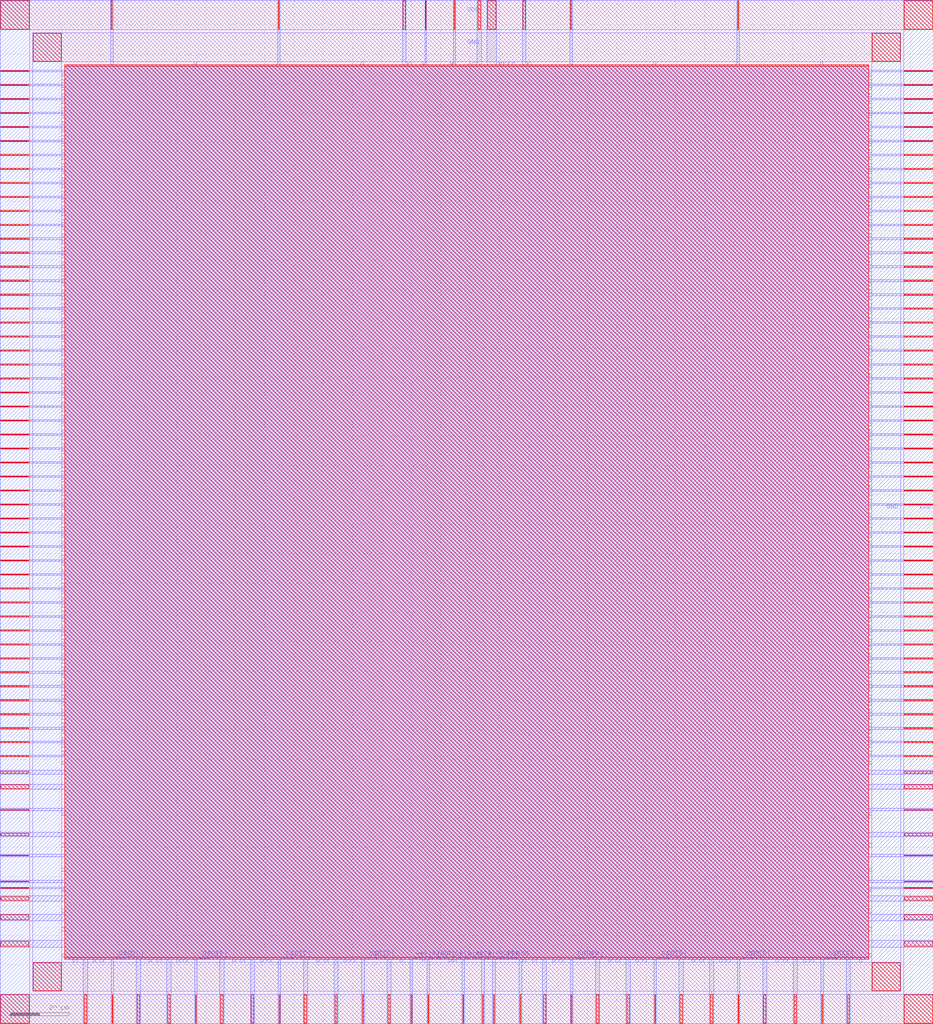
<source format=lef>
#=============================================================================
#Copyright 2022 MACRONIX INTERNATIONAL Co., Ltd.  All Rights Reserved.
#CONFIDENTIAL SOFTWARE/DATA OF MACRONIX INTERNATIONAL Co., Ltd
#=============================================================================
#Program		Single Port SRAM Compiler
#Process		0.18μm CMOS SPDM/SPTM/SPQM BCD(5V/40V)
#Version		1.0
#Date			2022/11/07 14:00:50
#=============================================================================
#Instance Name		MSL18B_1536X8_RW10TM4_16_20221107
#Words			1536
#Bits			8
#Multiplexer Width	16
#=============================================================================
VERSION 5.5 ;
NAMESCASESENSITIVE ON ;
BUSBITCHARS "[]" ;
DIVIDERCHAR "/" ;
MACRO MSL18B_1536X8_RW10TM4_16_20221107
  CLASS RING ;
  FOREIGN MSL18B_1536X8_RW10TM4_16_20221107 0 0 ;
  ORIGIN 0 0 ;
  SIZE 317.760 BY 348.410 ;
  SYMMETRY X Y R90 ;
  PIN DO[0]
   DIRECTION OUTPUT ;
   USE SIGNAL ;
   ANTENNADIFFAREA 3.2508 ;
   PORT
     LAYER MET1 ;
     RECT 39.810 22.000 40.710 22.280 ;
     LAYER MET2 ;
     RECT 39.810 22.000 40.710 22.280 ;
     LAYER MET3 ;
     RECT 39.810 22.000 40.710 22.280 ;
   END
  END DO[0]
  PIN DI[0]
   DIRECTION INPUT ;
   USE SIGNAL ;
   ANTENNAGATEAREA 0.3784 ;
   PORT
     LAYER MET1 ;
     RECT 41.725 22.000 42.625 22.280 ;
     LAYER MET2 ;
     RECT 41.725 22.000 42.625 22.280 ;
     LAYER MET3 ;
     RECT 41.725 22.000 42.625 22.280 ;
   END
  END DI[0]
  PIN DO[1]
   DIRECTION OUTPUT ;
   USE SIGNAL ;
   ANTENNADIFFAREA 3.2508 ;
   PORT
     LAYER MET1 ;
     RECT 68.270 22.000 69.170 22.280 ;
     LAYER MET2 ;
     RECT 68.270 22.000 69.170 22.280 ;
     LAYER MET3 ;
     RECT 68.270 22.000 69.170 22.280 ;
   END
  END DO[1]
  PIN DI[1]
   DIRECTION INPUT ;
   USE SIGNAL ;
   ANTENNAGATEAREA 0.3784 ;
   PORT
     LAYER MET1 ;
     RECT 70.185 22.000 71.085 22.280 ;
     LAYER MET2 ;
     RECT 70.185 22.000 71.085 22.280 ;
     LAYER MET3 ;
     RECT 70.185 22.000 71.085 22.280 ;
   END
  END DI[1]
  PIN DO[2]
   DIRECTION OUTPUT ;
   USE SIGNAL ;
   ANTENNADIFFAREA 3.2508 ;
   PORT
     LAYER MET1 ;
     RECT 96.730 22.000 97.630 22.280 ;
     LAYER MET2 ;
     RECT 96.730 22.000 97.630 22.280 ;
     LAYER MET3 ;
     RECT 96.730 22.000 97.630 22.280 ;
   END
  END DO[2]
  PIN DI[2]
   DIRECTION INPUT ;
   USE SIGNAL ;
   ANTENNAGATEAREA 0.3784 ;
   PORT
     LAYER MET1 ;
     RECT 98.645 22.000 99.545 22.280 ;
     LAYER MET2 ;
     RECT 98.645 22.000 99.545 22.280 ;
     LAYER MET3 ;
     RECT 98.645 22.000 99.545 22.280 ;
   END
  END DI[2]
  PIN DO[3]
   DIRECTION OUTPUT ;
   USE SIGNAL ;
   ANTENNADIFFAREA 3.2508 ;
   PORT
     LAYER MET1 ;
     RECT 125.190 22.000 126.090 22.280 ;
     LAYER MET2 ;
     RECT 125.190 22.000 126.090 22.280 ;
     LAYER MET3 ;
     RECT 125.190 22.000 126.090 22.280 ;
   END
  END DO[3]
  PIN DI[3]
   DIRECTION INPUT ;
   USE SIGNAL ;
   ANTENNAGATEAREA 0.3784 ;
   PORT
     LAYER MET1 ;
     RECT 127.105 22.000 128.005 22.280 ;
     LAYER MET2 ;
     RECT 127.105 22.000 128.005 22.280 ;
     LAYER MET3 ;
     RECT 127.105 22.000 128.005 22.280 ;
   END
  END DI[3]
  PIN A[9]
   DIRECTION INPUT ;
   USE SIGNAL ;
   ANTENNAGATEAREA 0.972 ;
   PORT
     LAYER MET1 ;
     RECT 140.995 22.000 141.895 22.280 ;
     LAYER MET2 ;
     RECT 140.995 22.000 141.895 22.280 ;
     LAYER MET3 ;
     RECT 140.995 22.000 141.895 22.280 ;
   END
  END A[9]
  PIN A[10]
   DIRECTION INPUT ;
   USE SIGNAL ;
   ANTENNAGATEAREA 0.972 ;
   PORT
     LAYER MET1 ;
     RECT 142.395 22.000 143.295 22.280 ;
     LAYER MET2 ;
     RECT 142.395 22.000 143.295 22.280 ;
     LAYER MET3 ;
     RECT 142.395 22.000 143.295 22.280 ;
   END
  END A[10]
  PIN A[8]
   DIRECTION INPUT ;
   USE SIGNAL ;
   ANTENNAGATEAREA 0.972 ;
   PORT
     LAYER MET1 ;
     RECT 146.710 22.000 147.610 22.280 ;
     LAYER MET2 ;
     RECT 146.710 22.000 147.610 22.280 ;
     LAYER MET3 ;
     RECT 146.710 22.000 147.610 22.280 ;
   END
  END A[8]
  PIN A[7]
   DIRECTION INPUT ;
   USE SIGNAL ;
   ANTENNAGATEAREA 0.972 ;
   PORT
     LAYER MET1 ;
     RECT 149.105 22.000 150.005 22.280 ;
     LAYER MET2 ;
     RECT 149.105 22.000 150.005 22.280 ;
     LAYER MET3 ;
     RECT 149.105 22.000 150.005 22.280 ;
   END
  END A[7]
  PIN A[6]
   DIRECTION INPUT ;
   USE SIGNAL ;
   ANTENNAGATEAREA 0.972 ;
   PORT
     LAYER MET1 ;
     RECT 151.500 22.000 152.400 22.280 ;
     LAYER MET2 ;
     RECT 151.500 22.000 152.400 22.280 ;
     LAYER MET3 ;
     RECT 151.500 22.000 152.400 22.280 ;
   END
  END A[6]
  PIN A[5]
   DIRECTION INPUT ;
   USE SIGNAL ;
   ANTENNAGATEAREA 0.3024 ;
   PORT
     LAYER MET1 ;
     RECT 155.820 22.000 156.720 22.280 ;
     LAYER MET2 ;
     RECT 155.820 22.000 156.720 22.280 ;
     LAYER MET3 ;
     RECT 155.820 22.000 156.720 22.280 ;
   END
  END A[5]
  PIN A[4]
   DIRECTION INPUT ;
   USE SIGNAL ;
   ANTENNAGATEAREA 0.3024 ;
   PORT
     LAYER MET1 ;
     RECT 158.620 22.000 159.520 22.280 ;
     LAYER MET2 ;
     RECT 158.620 22.000 159.520 22.280 ;
     LAYER MET3 ;
     RECT 158.620 22.000 159.520 22.280 ;
   END
  END A[4]
  PIN A[2]
   DIRECTION INPUT ;
   USE SIGNAL ;
   ANTENNAGATEAREA 0.648 ;
   PORT
     LAYER MET1 ;
     RECT 161.165 22.000 162.065 22.280 ;
     LAYER MET2 ;
     RECT 161.165 22.000 162.065 22.280 ;
     LAYER MET3 ;
     RECT 161.165 22.000 162.065 22.280 ;
   END
  END A[2]
  PIN A[3]
   DIRECTION INPUT ;
   USE SIGNAL ;
   ANTENNAGATEAREA 0.648 ;
   PORT
     LAYER MET1 ;
     RECT 162.565 22.000 163.465 22.280 ;
     LAYER MET2 ;
     RECT 162.565 22.000 163.465 22.280 ;
     LAYER MET3 ;
     RECT 162.565 22.000 163.465 22.280 ;
   END
  END A[3]
  PIN A[0]
   DIRECTION INPUT ;
   USE SIGNAL ;
   ANTENNAGATEAREA 0.648 ;
   PORT
     LAYER MET1 ;
     RECT 165.455 22.000 166.355 22.280 ;
     LAYER MET2 ;
     RECT 165.455 22.000 166.355 22.280 ;
     LAYER MET3 ;
     RECT 165.455 22.000 166.355 22.280 ;
   END
  END A[0]
  PIN A[1]
   DIRECTION INPUT ;
   USE SIGNAL ;
   ANTENNAGATEAREA 0.648 ;
   PORT
     LAYER MET1 ;
     RECT 169.085 22.000 169.985 22.280 ;
     LAYER MET2 ;
     RECT 169.085 22.000 169.985 22.280 ;
     LAYER MET3 ;
     RECT 169.085 22.000 169.985 22.280 ;
   END
  END A[1]
  PIN OEB
   DIRECTION INPUT ;
   USE SIGNAL ;
   ANTENNAGATEAREA 0.27 ;
   PORT
     LAYER MET1 ;
     RECT 170.690 22.000 171.590 22.280 ;
     LAYER MET2 ;
     RECT 170.690 22.000 171.590 22.280 ;
     LAYER MET3 ;
     RECT 170.690 22.000 171.590 22.280 ;
   END
  END OEB
  PIN WEB
   DIRECTION INPUT ;
   USE SIGNAL ;
   ANTENNAGATEAREA 0.0792 ;
   PORT
     LAYER MET1 ;
     RECT 172.190 22.000 173.090 22.280 ;
     LAYER MET2 ;
     RECT 172.190 22.000 173.090 22.280 ;
     LAYER MET3 ;
     RECT 172.190 22.000 173.090 22.280 ;
   END
  END WEB
  PIN CK
   DIRECTION INPUT ;
   USE SIGNAL ;
   ANTENNAGATEAREA 0.252 ;
   PORT
     LAYER MET1 ;
     RECT 173.690 22.000 174.590 22.280 ;
     LAYER MET2 ;
     RECT 173.690 22.000 174.590 22.280 ;
     LAYER MET3 ;
     RECT 173.690 22.000 174.590 22.280 ;
   END
  END CK
  PIN CSB
   DIRECTION INPUT ;
   USE SIGNAL ;
   ANTENNAGATEAREA 3.06 ;
   PORT
     LAYER MET1 ;
     RECT 175.295 22.000 176.195 22.280 ;
     LAYER MET2 ;
     RECT 175.295 22.000 176.195 22.280 ;
     LAYER MET3 ;
     RECT 175.295 22.000 176.195 22.280 ;
   END
  END CSB
  PIN DO[4]
   DIRECTION OUTPUT ;
   USE SIGNAL ;
   ANTENNADIFFAREA 3.2508 ;
   PORT
     LAYER MET1 ;
     RECT 196.205 22.000 197.105 22.280 ;
     LAYER MET2 ;
     RECT 196.205 22.000 197.105 22.280 ;
     LAYER MET3 ;
     RECT 196.205 22.000 197.105 22.280 ;
   END
  END DO[4]
  PIN DI[4]
   DIRECTION INPUT ;
   USE SIGNAL ;
   ANTENNAGATEAREA 0.3784 ;
   PORT
     LAYER MET1 ;
     RECT 198.120 22.000 199.020 22.280 ;
     LAYER MET2 ;
     RECT 198.120 22.000 199.020 22.280 ;
     LAYER MET3 ;
     RECT 198.120 22.000 199.020 22.280 ;
   END
  END DI[4]
  PIN DO[5]
   DIRECTION OUTPUT ;
   USE SIGNAL ;
   ANTENNADIFFAREA 3.2508 ;
   PORT
     LAYER MET1 ;
     RECT 224.665 22.000 225.565 22.280 ;
     LAYER MET2 ;
     RECT 224.665 22.000 225.565 22.280 ;
     LAYER MET3 ;
     RECT 224.665 22.000 225.565 22.280 ;
   END
  END DO[5]
  PIN DI[5]
   DIRECTION INPUT ;
   USE SIGNAL ;
   ANTENNAGATEAREA 0.3784 ;
   PORT
     LAYER MET1 ;
     RECT 226.580 22.000 227.480 22.280 ;
     LAYER MET2 ;
     RECT 226.580 22.000 227.480 22.280 ;
     LAYER MET3 ;
     RECT 226.580 22.000 227.480 22.280 ;
   END
  END DI[5]
  PIN DO[6]
   DIRECTION OUTPUT ;
   USE SIGNAL ;
   ANTENNADIFFAREA 3.2508 ;
   PORT
     LAYER MET1 ;
     RECT 253.125 22.000 254.025 22.280 ;
     LAYER MET2 ;
     RECT 253.125 22.000 254.025 22.280 ;
     LAYER MET3 ;
     RECT 253.125 22.000 254.025 22.280 ;
   END
  END DO[6]
  PIN DI[6]
   DIRECTION INPUT ;
   USE SIGNAL ;
   ANTENNAGATEAREA 0.3784 ;
   PORT
     LAYER MET1 ;
     RECT 255.040 22.000 255.940 22.280 ;
     LAYER MET2 ;
     RECT 255.040 22.000 255.940 22.280 ;
     LAYER MET3 ;
     RECT 255.040 22.000 255.940 22.280 ;
   END
  END DI[6]
  PIN DO[7]
   DIRECTION OUTPUT ;
   USE SIGNAL ;
   ANTENNADIFFAREA 3.2508 ;
   PORT
     LAYER MET1 ;
     RECT 281.585 22.000 282.485 22.280 ;
     LAYER MET2 ;
     RECT 281.585 22.000 282.485 22.280 ;
     LAYER MET3 ;
     RECT 281.585 22.000 282.485 22.280 ;
   END
  END DO[7]
  PIN DI[7]
   DIRECTION INPUT ;
   USE SIGNAL ;
   ANTENNAGATEAREA 0.3784 ;
   PORT
     LAYER MET1 ;
     RECT 283.500 22.000 284.400 22.280 ;
     LAYER MET2 ;
     RECT 283.500 22.000 284.400 22.280 ;
     LAYER MET3 ;
     RECT 283.500 22.000 284.400 22.280 ;
   END
  END DI[7]
  PIN VDD
    DIRECTION INOUT ;
    USE POWER ;
    SHAPE RING ;
    PORT
      LAYER MET3 ;
      RECT 0.0 0.0 10.000 348.410 ;
      LAYER MET3 ;
      RECT 307.760 0.0 317.760 348.410 ;
      LAYER MET2 ;
      RECT 0.0 0.0 317.760 10.000 ;
      LAYER MET2 ;
      RECT 0.0 338.410 317.760 348.410 ;
    END
  END VDD
  PIN GND
    DIRECTION INOUT ;
    USE GROUND ;
    SHAPE RING ;
    PORT
      LAYER MET3 ;
      RECT 11.000 11.000 21.000 337.410 ;
      LAYER MET3 ;
      RECT 296.760 11.000 306.760 337.410 ;
      LAYER MET2 ;
      RECT 11.000 11.000 306.760 21.000 ;
      LAYER MET2 ;
      RECT 11.000 327.410 306.760 337.410 ;
    END
  END GND
  OBS
    LAYER VIA1 ;
     RECT 22.000 22.510 295.760 325.900 ;
    LAYER VIA2 ;
     RECT 22.000 22.560 295.760 325.850 ;
    LAYER VIA1 ;
     RECT 22.000 325.900 295.760 326.410 ;
    LAYER VIA2 ;
     RECT 22.000 325.850 295.760 326.410 ;
    LAYER VIA1 ;
     RECT 22.000 22.000 295.760 22.510 ;
    LAYER VIA2 ;
     RECT 22.000 22.000 295.760 22.560 ;
    LAYER MET1 ;
     RECT 22.000 22.510 295.760 325.900 ;
    LAYER MET1 ;
     RECT 22.000 325.900 295.760 326.410 ;
    LAYER MET1 ;
     RECT 22.000 22.000 39.580 22.510 ;
    LAYER MET1 ;
     RECT 40.940 22.000 41.495 22.510 ;
    LAYER MET1 ;
     RECT 42.855 22.000 68.040 22.510 ;
    LAYER MET1 ;
     RECT 69.400 22.000 69.955 22.510 ;
    LAYER MET1 ;
     RECT 71.315 22.000 96.500 22.510 ;
    LAYER MET1 ;
     RECT 97.860 22.000 98.415 22.510 ;
    LAYER MET1 ;
     RECT 99.775 22.000 124.960 22.510 ;
    LAYER MET1 ;
     RECT 126.320 22.000 126.875 22.510 ;
    LAYER MET1 ;
     RECT 128.235 22.000 140.765 22.510 ;
    LAYER MET1 ;
     RECT 142.125 22.000 142.165 22.510 ;
    LAYER MET1 ;
     RECT 143.525 22.000 146.480 22.510 ;
    LAYER MET1 ;
     RECT 147.840 22.000 148.875 22.510 ;
    LAYER MET1 ;
     RECT 150.235 22.000 151.270 22.510 ;
    LAYER MET1 ;
     RECT 152.630 22.000 155.590 22.510 ;
    LAYER MET1 ;
     RECT 156.950 22.000 158.390 22.510 ;
    LAYER MET1 ;
     RECT 159.750 22.000 160.935 22.510 ;
    LAYER MET1 ;
     RECT 162.295 22.000 162.335 22.510 ;
    LAYER MET1 ;
     RECT 163.695 22.000 165.225 22.510 ;
    LAYER MET1 ;
     RECT 166.585 22.000 168.855 22.510 ;
    LAYER MET1 ;
     RECT 170.215 22.000 170.460 22.510 ;
    LAYER MET1 ;
     RECT 171.820 22.000 171.960 22.510 ;
    LAYER MET1 ;
     RECT 173.320 22.000 173.460 22.510 ;
    LAYER MET1 ;
     RECT 174.820 22.000 175.065 22.510 ;
    LAYER MET1 ;
     RECT 176.425 22.000 195.975 22.510 ;
    LAYER MET1 ;
     RECT 197.335 22.000 197.890 22.510 ;
    LAYER MET1 ;
     RECT 199.250 22.000 224.435 22.510 ;
    LAYER MET1 ;
     RECT 225.795 22.000 226.350 22.510 ;
    LAYER MET1 ;
     RECT 227.710 22.000 252.895 22.510 ;
    LAYER MET1 ;
     RECT 254.255 22.000 254.810 22.510 ;
    LAYER MET1 ;
     RECT 256.170 22.000 281.355 22.510 ;
    LAYER MET1 ;
     RECT 282.715 22.000 283.270 22.510 ;
    LAYER MET1 ;
     RECT 284.630 22.000 295.760 22.510 ;
    LAYER MET2 ;
     RECT 22.000 22.560 295.760 325.850 ;
    LAYER MET2 ;
     RECT 22.000 325.850 295.760 326.410 ;
    LAYER MET2 ;
     RECT 22.000 22.000 39.530 22.560 ;
    LAYER MET2 ;
     RECT 40.990 22.000 41.445 22.560 ;
    LAYER MET2 ;
     RECT 42.905 22.000 67.990 22.560 ;
    LAYER MET2 ;
     RECT 69.450 22.000 69.905 22.560 ;
    LAYER MET2 ;
     RECT 71.365 22.000 96.450 22.560 ;
    LAYER MET2 ;
     RECT 97.910 22.000 98.365 22.560 ;
    LAYER MET2 ;
     RECT 99.825 22.000 124.910 22.560 ;
    LAYER MET2 ;
     RECT 126.370 22.000 126.825 22.560 ;
    LAYER MET2 ;
     RECT 128.285 22.000 140.715 22.560 ;
    LAYER MET2 ;
     RECT 143.575 22.000 146.430 22.560 ;
    LAYER MET2 ;
     RECT 147.890 22.000 148.825 22.560 ;
    LAYER MET2 ;
     RECT 150.285 22.000 151.220 22.560 ;
    LAYER MET2 ;
     RECT 152.680 22.000 155.540 22.560 ;
    LAYER MET2 ;
     RECT 157.000 22.000 158.340 22.560 ;
    LAYER MET2 ;
     RECT 159.800 22.000 160.885 22.560 ;
    LAYER MET2 ;
     RECT 163.745 22.000 165.175 22.560 ;
    LAYER MET2 ;
     RECT 166.635 22.000 168.805 22.560 ;
    LAYER MET2 ;
     RECT 170.265 22.000 170.410 22.560 ;
    LAYER MET2 ;
     RECT 171.870 22.000 171.910 22.560 ;
    LAYER MET2 ;
     RECT 173.370 22.000 173.410 22.560 ;
    LAYER MET2 ;
     RECT 174.870 22.000 175.015 22.560 ;
    LAYER MET2 ;
     RECT 176.475 22.000 195.925 22.560 ;
    LAYER MET2 ;
     RECT 197.385 22.000 197.840 22.560 ;
    LAYER MET2 ;
     RECT 199.300 22.000 224.385 22.560 ;
    LAYER MET2 ;
     RECT 225.845 22.000 226.300 22.560 ;
    LAYER MET2 ;
     RECT 227.760 22.000 252.845 22.560 ;
    LAYER MET2 ;
     RECT 254.305 22.000 254.760 22.560 ;
    LAYER MET2 ;
     RECT 256.220 22.000 281.305 22.560 ;
    LAYER MET2 ;
     RECT 282.765 22.000 283.220 22.560 ;
    LAYER MET2 ;
     RECT 284.680 22.000 295.760 22.560 ;
    LAYER MET3 ;
     RECT 22.000 22.560 295.760 325.850 ;
    LAYER MET3 ;
     RECT 22.000 325.850 295.760 326.410 ;
    LAYER MET3 ;
     RECT 22.000 22.000 39.530 22.560 ;
    LAYER MET3 ;
     RECT 40.990 22.000 41.445 22.560 ;
    LAYER MET3 ;
     RECT 42.905 22.000 67.990 22.560 ;
    LAYER MET3 ;
     RECT 69.450 22.000 69.905 22.560 ;
    LAYER MET3 ;
     RECT 71.365 22.000 96.450 22.560 ;
    LAYER MET3 ;
     RECT 97.910 22.000 98.365 22.560 ;
    LAYER MET3 ;
     RECT 99.825 22.000 124.910 22.560 ;
    LAYER MET3 ;
     RECT 126.370 22.000 126.825 22.560 ;
    LAYER MET3 ;
     RECT 128.285 22.000 140.715 22.560 ;
    LAYER MET3 ;
     RECT 143.575 22.000 146.430 22.560 ;
    LAYER MET3 ;
     RECT 147.890 22.000 148.825 22.560 ;
    LAYER MET3 ;
     RECT 150.285 22.000 151.220 22.560 ;
    LAYER MET3 ;
     RECT 152.680 22.000 155.540 22.560 ;
    LAYER MET3 ;
     RECT 157.000 22.000 158.340 22.560 ;
    LAYER MET3 ;
     RECT 159.800 22.000 160.885 22.560 ;
    LAYER MET3 ;
     RECT 163.745 22.000 165.175 22.560 ;
    LAYER MET3 ;
     RECT 166.635 22.000 168.805 22.560 ;
    LAYER MET3 ;
     RECT 170.265 22.000 170.410 22.560 ;
    LAYER MET3 ;
     RECT 171.870 22.000 171.910 22.560 ;
    LAYER MET3 ;
     RECT 173.370 22.000 173.410 22.560 ;
    LAYER MET3 ;
     RECT 174.870 22.000 175.015 22.560 ;
    LAYER MET3 ;
     RECT 176.475 22.000 195.925 22.560 ;
    LAYER MET3 ;
     RECT 197.385 22.000 197.840 22.560 ;
    LAYER MET3 ;
     RECT 199.300 22.000 224.385 22.560 ;
    LAYER MET3 ;
     RECT 225.845 22.000 226.300 22.560 ;
    LAYER MET3 ;
     RECT 227.760 22.000 252.845 22.560 ;
    LAYER MET3 ;
     RECT 254.305 22.000 254.760 22.560 ;
    LAYER MET3 ;
     RECT 256.220 22.000 281.305 22.560 ;
    LAYER MET3 ;
     RECT 282.765 22.000 283.220 22.560 ;
    LAYER MET3 ;
     RECT 284.680 22.000 295.760 22.560 ;
    LAYER MET2 ;
    RECT 0.000 47.985 22.000 48.885 ;
    LAYER VIA2 ;
    RECT 0.140 48.305 9.760 48.565 ;
    LAYER MET2 ;
    RECT 0.000 63.700 22.000 65.130 ;
    LAYER VIA2 ;
    RECT 0.140 64.025 9.760 64.805 ;
    LAYER MET2 ;
    RECT 0.000 72.430 22.000 73.330 ;
    LAYER VIA2 ;
    RECT 0.140 72.750 9.760 73.010 ;
    LAYER MET2 ;
    RECT 0.000 79.895 22.000 81.495 ;
    LAYER VIA2 ;
    RECT 0.140 80.045 9.760 81.345 ;
    LAYER MET2 ;
    RECT 0.000 84.965 22.000 86.315 ;
    LAYER VIA2 ;
    RECT 0.140 85.250 9.760 86.030 ;
    LAYER MET2 ;
    RECT 0.000 56.850 22.000 57.750 ;
    LAYER VIA2 ;
    RECT 0.140 57.170 9.760 57.430 ;
    LAYER MET2 ;
    RECT 0.000 45.940 22.000 46.480 ;
    LAYER VIA2 ;
    RECT 0.140 46.080 9.760 46.340 ;
    LAYER MET2 ;
    RECT 0.000 41.680 22.000 43.640 ;
    LAYER VIA2 ;
    RECT 0.140 42.010 9.760 43.310 ;
    LAYER MET2 ;
    RECT 0.000 35.140 22.000 37.340 ;
    LAYER VIA2 ;
    RECT 0.140 35.330 9.760 37.150 ;
    LAYER MET2 ;
    RECT 0.000 26.020 22.000 28.470 ;
    LAYER VIA2 ;
    RECT 0.140 26.335 9.760 28.155 ;
    LAYER MET3 ;
    RECT 21.000 88.405 22.000 89.405 ;
    LAYER MET3 ;
    RECT 21.000 70.955 22.000 71.855 ;
    LAYER MET3 ;
    RECT 21.000 60.000 22.000 61.400 ;
    LAYER MET3 ;
    RECT 21.000 51.950 22.000 52.850 ;
    LAYER MET3 ;
    RECT 21.000 44.900 22.000 45.440 ;
    LAYER MET3 ;
    RECT 21.000 37.840 22.000 39.140 ;
    LAYER MET3 ;
    RECT 21.000 31.540 22.000 32.840 ;
    LAYER MET3 ;
    RECT 21.000 22.740 22.000 23.840 ;
    LAYER MET3 ;
    RECT 46.325 0.000 47.745 22.000 ;
    LAYER MET3 ;
    RECT 103.245 0.000 104.665 22.000 ;
    LAYER VIA2 ;
    RECT 46.645 0.190 47.425 9.810 ;
    LAYER VIA2 ;
    RECT 103.565 0.190 104.345 9.810 ;
    LAYER MET3 ;
    RECT 37.735 0.000 38.635 22.000 ;
    LAYER MET3 ;
    RECT 94.655 0.000 95.555 22.000 ;
    LAYER VIA2 ;
    RECT 38.055 0.190 38.315 9.810 ;
    LAYER VIA2 ;
    RECT 94.975 0.190 95.235 9.810 ;
    LAYER MET3 ;
    RECT 28.280 0.000 29.700 22.000 ;
    LAYER MET3 ;
    RECT 85.200 0.000 86.620 22.000 ;
    LAYER VIA2 ;
    RECT 28.600 0.190 29.380 9.810 ;
    LAYER VIA2 ;
    RECT 85.520 0.190 86.300 9.810 ;
    LAYER MET2 ;
    RECT 50.755 21.000 51.655 22.000 ;
    LAYER MET2 ;
    RECT 107.675 21.000 108.575 22.000 ;
    LAYER MET2 ;
    RECT 33.840 21.000 35.260 22.000 ;
    LAYER MET2 ;
    RECT 90.760 21.000 92.180 22.000 ;
    LAYER MET2 ;
    RECT 31.670 21.000 32.570 22.000 ;
    LAYER MET2 ;
    RECT 88.590 21.000 89.490 22.000 ;
    LAYER MET2 ;
    RECT 24.850 21.000 26.270 22.000 ;
    LAYER MET2 ;
    RECT 81.770 21.000 83.190 22.000 ;
    LAYER MET3 ;
    RECT 74.785 0.000 76.205 22.000 ;
    LAYER MET3 ;
    RECT 131.705 0.000 133.125 22.000 ;
    LAYER VIA2 ;
    RECT 75.105 0.190 75.885 9.810 ;
    LAYER VIA2 ;
    RECT 132.025 0.190 132.805 9.810 ;
    LAYER MET3 ;
    RECT 66.195 0.000 67.095 22.000 ;
    LAYER MET3 ;
    RECT 123.115 0.000 124.015 22.000 ;
    LAYER VIA2 ;
    RECT 66.515 0.190 66.775 9.810 ;
    LAYER VIA2 ;
    RECT 123.435 0.190 123.695 9.810 ;
    LAYER MET3 ;
    RECT 56.740 0.000 58.160 22.000 ;
    LAYER MET3 ;
    RECT 113.660 0.000 115.080 22.000 ;
    LAYER VIA2 ;
    RECT 57.060 0.190 57.840 9.810 ;
    LAYER VIA2 ;
    RECT 113.980 0.190 114.760 9.810 ;
    LAYER MET2 ;
    RECT 79.215 21.000 80.115 22.000 ;
    LAYER MET2 ;
    RECT 136.135 21.000 137.035 22.000 ;
    LAYER MET2 ;
    RECT 62.300 21.000 63.720 22.000 ;
    LAYER MET2 ;
    RECT 119.220 21.000 120.640 22.000 ;
    LAYER MET2 ;
    RECT 60.130 21.000 61.030 22.000 ;
    LAYER MET2 ;
    RECT 117.050 21.000 117.950 22.000 ;
    LAYER MET2 ;
    RECT 53.310 21.000 54.730 22.000 ;
    LAYER MET2 ;
    RECT 110.230 21.000 111.650 22.000 ;
    LAYER MET3 ;
    RECT 139.595 0.000 140.495 22.000 ;
    LAYER VIA2 ;
    RECT 139.915 0.190 140.175 9.810 ;
    LAYER MET3 ;
    RECT 157.220 0.000 158.120 22.000 ;
    LAYER VIA2 ;
    RECT 157.540 0.190 157.800 9.810 ;
    LAYER MET3 ;
    RECT 145.310 0.000 146.210 22.000 ;
    LAYER VIA2 ;
    RECT 145.630 0.190 145.890 9.810 ;
    LAYER MET3 ;
    RECT 163.965 0.000 164.865 22.000 ;
    LAYER VIA2 ;
    RECT 164.285 0.190 164.545 9.810 ;
    LAYER MET3 ;
    RECT 167.685 0.000 168.585 22.000 ;
    LAYER VIA2 ;
    RECT 168.005 0.190 168.265 9.810 ;
    LAYER MET2 ;
    RECT 154.420 21.000 155.320 22.000 ;
    LAYER MET2 ;
    RECT 152.900 21.000 153.800 22.000 ;
    LAYER MET2 ;
    RECT 143.795 21.000 144.695 22.000 ;
    LAYER MET3 ;
    RECT 176.710 0.000 177.610 22.000 ;
    LAYER VIA2 ;
    RECT 177.030 0.190 177.290 9.810 ;
    LAYER MET2 ;
    RECT 178.110 21.000 179.010 22.000 ;
    LAYER MET3 ;
    RECT 202.720 0.000 204.140 22.000 ;
    LAYER MET3 ;
    RECT 259.640 0.000 261.060 22.000 ;
    LAYER VIA2 ;
    RECT 203.040 0.190 203.820 9.810 ;
    LAYER VIA2 ;
    RECT 259.960 0.190 260.740 9.810 ;
    LAYER MET3 ;
    RECT 194.130 0.000 195.030 22.000 ;
    LAYER MET3 ;
    RECT 251.050 0.000 251.950 22.000 ;
    LAYER VIA2 ;
    RECT 194.450 0.190 194.710 9.810 ;
    LAYER VIA2 ;
    RECT 251.370 0.190 251.630 9.810 ;
    LAYER MET3 ;
    RECT 184.675 0.000 186.095 22.000 ;
    LAYER MET3 ;
    RECT 241.595 0.000 243.015 22.000 ;
    LAYER VIA2 ;
    RECT 184.995 0.190 185.775 9.810 ;
    LAYER VIA2 ;
    RECT 241.915 0.190 242.695 9.810 ;
    LAYER MET2 ;
    RECT 207.150 21.000 208.050 22.000 ;
    LAYER MET2 ;
    RECT 264.070 21.000 264.970 22.000 ;
    LAYER MET2 ;
    RECT 190.235 21.000 191.655 22.000 ;
    LAYER MET2 ;
    RECT 247.155 21.000 248.575 22.000 ;
    LAYER MET2 ;
    RECT 188.065 21.000 188.965 22.000 ;
    LAYER MET2 ;
    RECT 244.985 21.000 245.885 22.000 ;
    LAYER MET2 ;
    RECT 181.245 21.000 182.665 22.000 ;
    LAYER MET2 ;
    RECT 238.165 21.000 239.585 22.000 ;
    LAYER MET3 ;
    RECT 231.180 0.000 232.600 22.000 ;
    LAYER MET3 ;
    RECT 288.100 0.000 289.520 22.000 ;
    LAYER VIA2 ;
    RECT 231.500 0.190 232.280 9.810 ;
    LAYER VIA2 ;
    RECT 288.420 0.190 289.200 9.810 ;
    LAYER MET3 ;
    RECT 222.590 0.000 223.490 22.000 ;
    LAYER MET3 ;
    RECT 279.510 0.000 280.410 22.000 ;
    LAYER VIA2 ;
    RECT 222.910 0.190 223.170 9.810 ;
    LAYER VIA2 ;
    RECT 279.830 0.190 280.090 9.810 ;
    LAYER MET3 ;
    RECT 213.135 0.000 214.555 22.000 ;
    LAYER MET3 ;
    RECT 270.055 0.000 271.475 22.000 ;
    LAYER VIA2 ;
    RECT 213.455 0.190 214.235 9.810 ;
    LAYER VIA2 ;
    RECT 270.375 0.190 271.155 9.810 ;
    LAYER MET2 ;
    RECT 235.610 21.000 236.510 22.000 ;
    LAYER MET2 ;
    RECT 292.530 21.000 293.430 22.000 ;
    LAYER MET2 ;
    RECT 218.695 21.000 220.115 22.000 ;
    LAYER MET2 ;
    RECT 275.615 21.000 277.035 22.000 ;
    LAYER MET2 ;
    RECT 216.525 21.000 217.425 22.000 ;
    LAYER MET2 ;
    RECT 273.445 21.000 274.345 22.000 ;
    LAYER MET2 ;
    RECT 209.705 21.000 211.125 22.000 ;
    LAYER MET2 ;
    RECT 266.625 21.000 268.045 22.000 ;
    LAYER MET2 ;
    RECT 295.760 47.985 317.760 48.885 ;
    LAYER VIA2 ;
    RECT 307.900 48.305 317.520 48.565 ;
    LAYER MET2 ;
    RECT 295.760 26.020 317.760 28.470 ;
    LAYER VIA2 ;
    RECT 307.900 26.335 317.520 28.155 ;
    LAYER MET2 ;
    RECT 295.760 35.140 317.760 37.340 ;
    LAYER VIA2 ;
    RECT 307.900 35.330 317.520 37.150 ;
    LAYER MET2 ;
    RECT 295.760 41.680 317.760 43.640 ;
    LAYER VIA2 ;
    RECT 307.900 42.010 317.520 43.310 ;
    LAYER MET2 ;
    RECT 295.760 45.940 317.760 46.480 ;
    LAYER VIA2 ;
    RECT 307.900 46.080 317.520 46.340 ;
    LAYER MET2 ;
    RECT 295.760 56.850 317.760 57.750 ;
    LAYER VIA2 ;
    RECT 307.900 57.170 317.520 57.430 ;
    LAYER MET2 ;
    RECT 295.760 84.965 317.760 86.315 ;
    LAYER VIA2 ;
    RECT 307.900 85.250 317.520 86.030 ;
    LAYER MET2 ;
    RECT 295.760 79.895 317.760 81.495 ;
    LAYER VIA2 ;
    RECT 307.900 80.045 317.520 81.345 ;
    LAYER MET2 ;
    RECT 295.760 72.430 317.760 73.330 ;
    LAYER VIA2 ;
    RECT 307.900 72.750 317.520 73.010 ;
    LAYER MET2 ;
    RECT 295.760 63.700 317.760 65.130 ;
    LAYER VIA2 ;
    RECT 307.900 64.025 317.520 64.805 ;
    LAYER MET3 ;
    RECT 295.760 22.740 296.760 23.840 ;
    LAYER MET3 ;
    RECT 295.760 31.540 296.760 32.840 ;
    LAYER MET3 ;
    RECT 295.760 37.840 296.760 39.140 ;
    LAYER MET3 ;
    RECT 295.760 44.900 296.760 45.440 ;
    LAYER MET3 ;
    RECT 295.760 51.950 296.760 52.850 ;
    LAYER MET3 ;
    RECT 295.760 60.000 296.760 61.400 ;
    LAYER MET3 ;
    RECT 295.760 70.955 296.760 71.855 ;
    LAYER MET3 ;
    RECT 295.760 88.405 296.760 89.405 ;
    LAYER MET2 ;
    RECT 0.000 90.810 22.000 91.350 ;
    LAYER VIA2 ;
    RECT 0.140 90.950 9.760 91.210 ;
    LAYER MET2 ;
    RECT 0.000 95.570 22.000 96.110 ;
    LAYER VIA2 ;
    RECT 0.140 95.710 9.760 95.970 ;
    LAYER MET2 ;
    RECT 0.000 90.810 22.000 91.350 ;
    LAYER VIA2 ;
    RECT 0.140 90.950 9.760 91.210 ;
    LAYER MET3 ;
    RECT 21.000 94.130 22.000 95.110 ;
    LAYER MET3 ;
    RECT 21.000 91.810 22.000 92.790 ;
    LAYER MET2 ;
    RECT 0.000 100.330 22.000 100.870 ;
    LAYER MET2 ;
    RECT 0.000 105.090 22.000 105.630 ;
    LAYER MET2 ;
    RECT 0.000 109.850 22.000 110.390 ;
    LAYER MET2 ;
    RECT 0.000 114.610 22.000 115.150 ;
    LAYER MET2 ;
    RECT 0.000 119.370 22.000 119.910 ;
    LAYER MET2 ;
    RECT 0.000 124.130 22.000 124.670 ;
    LAYER MET2 ;
    RECT 0.000 128.890 22.000 129.430 ;
    LAYER MET2 ;
    RECT 0.000 133.650 22.000 134.190 ;
    LAYER MET2 ;
    RECT 0.000 138.410 22.000 138.950 ;
    LAYER MET2 ;
    RECT 0.000 143.170 22.000 143.710 ;
    LAYER MET2 ;
    RECT 0.000 147.930 22.000 148.470 ;
    LAYER MET2 ;
    RECT 0.000 152.690 22.000 153.230 ;
    LAYER MET2 ;
    RECT 0.000 157.450 22.000 157.990 ;
    LAYER MET2 ;
    RECT 0.000 162.210 22.000 162.750 ;
    LAYER MET2 ;
    RECT 0.000 166.970 22.000 167.510 ;
    LAYER MET2 ;
    RECT 0.000 171.730 22.000 172.270 ;
    LAYER MET2 ;
    RECT 0.000 176.490 22.000 177.030 ;
    LAYER MET2 ;
    RECT 0.000 181.250 22.000 181.790 ;
    LAYER MET2 ;
    RECT 0.000 186.010 22.000 186.550 ;
    LAYER MET2 ;
    RECT 0.000 190.770 22.000 191.310 ;
    LAYER MET2 ;
    RECT 0.000 195.530 22.000 196.070 ;
    LAYER MET2 ;
    RECT 0.000 200.290 22.000 200.830 ;
    LAYER MET2 ;
    RECT 0.000 205.050 22.000 205.590 ;
    LAYER MET2 ;
    RECT 0.000 209.810 22.000 210.350 ;
    LAYER MET2 ;
    RECT 0.000 214.570 22.000 215.110 ;
    LAYER MET2 ;
    RECT 0.000 219.330 22.000 219.870 ;
    LAYER MET2 ;
    RECT 0.000 224.090 22.000 224.630 ;
    LAYER MET2 ;
    RECT 0.000 228.850 22.000 229.390 ;
    LAYER MET2 ;
    RECT 0.000 233.610 22.000 234.150 ;
    LAYER MET2 ;
    RECT 0.000 238.370 22.000 238.910 ;
    LAYER MET2 ;
    RECT 0.000 243.130 22.000 243.670 ;
    LAYER MET2 ;
    RECT 0.000 247.890 22.000 248.430 ;
    LAYER MET2 ;
    RECT 0.000 252.650 22.000 253.190 ;
    LAYER MET2 ;
    RECT 0.000 257.410 22.000 257.950 ;
    LAYER MET2 ;
    RECT 0.000 262.170 22.000 262.710 ;
    LAYER MET2 ;
    RECT 0.000 266.930 22.000 267.470 ;
    LAYER MET2 ;
    RECT 0.000 271.690 22.000 272.230 ;
    LAYER MET2 ;
    RECT 0.000 276.450 22.000 276.990 ;
    LAYER MET2 ;
    RECT 0.000 281.210 22.000 281.750 ;
    LAYER MET2 ;
    RECT 0.000 285.970 22.000 286.510 ;
    LAYER MET2 ;
    RECT 0.000 290.730 22.000 291.270 ;
    LAYER MET2 ;
    RECT 0.000 295.490 22.000 296.030 ;
    LAYER MET2 ;
    RECT 0.000 300.250 22.000 300.790 ;
    LAYER MET2 ;
    RECT 0.000 305.010 22.000 305.550 ;
    LAYER MET2 ;
    RECT 0.000 309.770 22.000 310.310 ;
    LAYER MET2 ;
    RECT 0.000 314.530 22.000 315.070 ;
    LAYER MET2 ;
    RECT 0.000 319.290 22.000 319.830 ;
    LAYER VIA2 ;
    RECT 0.140 100.470 9.760 100.730 ;
    LAYER VIA2 ;
    RECT 0.140 105.230 9.760 105.490 ;
    LAYER VIA2 ;
    RECT 0.140 109.990 9.760 110.250 ;
    LAYER VIA2 ;
    RECT 0.140 114.750 9.760 115.010 ;
    LAYER VIA2 ;
    RECT 0.140 119.510 9.760 119.770 ;
    LAYER VIA2 ;
    RECT 0.140 124.270 9.760 124.530 ;
    LAYER VIA2 ;
    RECT 0.140 129.030 9.760 129.290 ;
    LAYER VIA2 ;
    RECT 0.140 133.790 9.760 134.050 ;
    LAYER VIA2 ;
    RECT 0.140 138.550 9.760 138.810 ;
    LAYER VIA2 ;
    RECT 0.140 143.310 9.760 143.570 ;
    LAYER VIA2 ;
    RECT 0.140 148.070 9.760 148.330 ;
    LAYER VIA2 ;
    RECT 0.140 152.830 9.760 153.090 ;
    LAYER VIA2 ;
    RECT 0.140 157.590 9.760 157.850 ;
    LAYER VIA2 ;
    RECT 0.140 162.350 9.760 162.610 ;
    LAYER VIA2 ;
    RECT 0.140 167.110 9.760 167.370 ;
    LAYER VIA2 ;
    RECT 0.140 171.870 9.760 172.130 ;
    LAYER VIA2 ;
    RECT 0.140 176.630 9.760 176.890 ;
    LAYER VIA2 ;
    RECT 0.140 181.390 9.760 181.650 ;
    LAYER VIA2 ;
    RECT 0.140 186.150 9.760 186.410 ;
    LAYER VIA2 ;
    RECT 0.140 190.910 9.760 191.170 ;
    LAYER VIA2 ;
    RECT 0.140 195.670 9.760 195.930 ;
    LAYER VIA2 ;
    RECT 0.140 200.430 9.760 200.690 ;
    LAYER VIA2 ;
    RECT 0.140 205.190 9.760 205.450 ;
    LAYER VIA2 ;
    RECT 0.140 209.950 9.760 210.210 ;
    LAYER VIA2 ;
    RECT 0.140 214.710 9.760 214.970 ;
    LAYER VIA2 ;
    RECT 0.140 219.470 9.760 219.730 ;
    LAYER VIA2 ;
    RECT 0.140 224.230 9.760 224.490 ;
    LAYER VIA2 ;
    RECT 0.140 228.990 9.760 229.250 ;
    LAYER VIA2 ;
    RECT 0.140 233.750 9.760 234.010 ;
    LAYER VIA2 ;
    RECT 0.140 238.510 9.760 238.770 ;
    LAYER VIA2 ;
    RECT 0.140 243.270 9.760 243.530 ;
    LAYER VIA2 ;
    RECT 0.140 248.030 9.760 248.290 ;
    LAYER VIA2 ;
    RECT 0.140 252.790 9.760 253.050 ;
    LAYER VIA2 ;
    RECT 0.140 257.550 9.760 257.810 ;
    LAYER VIA2 ;
    RECT 0.140 262.310 9.760 262.570 ;
    LAYER VIA2 ;
    RECT 0.140 267.070 9.760 267.330 ;
    LAYER VIA2 ;
    RECT 0.140 271.830 9.760 272.090 ;
    LAYER VIA2 ;
    RECT 0.140 276.590 9.760 276.850 ;
    LAYER VIA2 ;
    RECT 0.140 281.350 9.760 281.610 ;
    LAYER VIA2 ;
    RECT 0.140 286.110 9.760 286.370 ;
    LAYER VIA2 ;
    RECT 0.140 290.870 9.760 291.130 ;
    LAYER VIA2 ;
    RECT 0.140 295.630 9.760 295.890 ;
    LAYER VIA2 ;
    RECT 0.140 300.390 9.760 300.650 ;
    LAYER VIA2 ;
    RECT 0.140 305.150 9.760 305.410 ;
    LAYER VIA2 ;
    RECT 0.140 309.910 9.760 310.170 ;
    LAYER VIA2 ;
    RECT 0.140 314.670 9.760 314.930 ;
    LAYER VIA2 ;
    RECT 0.140 319.430 9.760 319.690 ;
    LAYER MET2 ;
    RECT 0.000 95.570 22.000 96.110 ;
    LAYER MET2 ;
    RECT 0.000 100.330 22.000 100.870 ;
    LAYER MET2 ;
    RECT 0.000 105.090 22.000 105.630 ;
    LAYER MET2 ;
    RECT 0.000 109.850 22.000 110.390 ;
    LAYER MET2 ;
    RECT 0.000 114.610 22.000 115.150 ;
    LAYER MET2 ;
    RECT 0.000 119.370 22.000 119.910 ;
    LAYER MET2 ;
    RECT 0.000 124.130 22.000 124.670 ;
    LAYER MET2 ;
    RECT 0.000 128.890 22.000 129.430 ;
    LAYER MET2 ;
    RECT 0.000 133.650 22.000 134.190 ;
    LAYER MET2 ;
    RECT 0.000 138.410 22.000 138.950 ;
    LAYER MET2 ;
    RECT 0.000 143.170 22.000 143.710 ;
    LAYER MET2 ;
    RECT 0.000 147.930 22.000 148.470 ;
    LAYER MET2 ;
    RECT 0.000 152.690 22.000 153.230 ;
    LAYER MET2 ;
    RECT 0.000 157.450 22.000 157.990 ;
    LAYER MET2 ;
    RECT 0.000 162.210 22.000 162.750 ;
    LAYER MET2 ;
    RECT 0.000 166.970 22.000 167.510 ;
    LAYER MET2 ;
    RECT 0.000 171.730 22.000 172.270 ;
    LAYER MET2 ;
    RECT 0.000 176.490 22.000 177.030 ;
    LAYER MET2 ;
    RECT 0.000 181.250 22.000 181.790 ;
    LAYER MET2 ;
    RECT 0.000 186.010 22.000 186.550 ;
    LAYER MET2 ;
    RECT 0.000 190.770 22.000 191.310 ;
    LAYER MET2 ;
    RECT 0.000 195.530 22.000 196.070 ;
    LAYER MET2 ;
    RECT 0.000 200.290 22.000 200.830 ;
    LAYER MET2 ;
    RECT 0.000 205.050 22.000 205.590 ;
    LAYER MET2 ;
    RECT 0.000 209.810 22.000 210.350 ;
    LAYER MET2 ;
    RECT 0.000 214.570 22.000 215.110 ;
    LAYER MET2 ;
    RECT 0.000 219.330 22.000 219.870 ;
    LAYER MET2 ;
    RECT 0.000 224.090 22.000 224.630 ;
    LAYER MET2 ;
    RECT 0.000 228.850 22.000 229.390 ;
    LAYER MET2 ;
    RECT 0.000 233.610 22.000 234.150 ;
    LAYER MET2 ;
    RECT 0.000 238.370 22.000 238.910 ;
    LAYER MET2 ;
    RECT 0.000 243.130 22.000 243.670 ;
    LAYER MET2 ;
    RECT 0.000 247.890 22.000 248.430 ;
    LAYER MET2 ;
    RECT 0.000 252.650 22.000 253.190 ;
    LAYER MET2 ;
    RECT 0.000 257.410 22.000 257.950 ;
    LAYER MET2 ;
    RECT 0.000 262.170 22.000 262.710 ;
    LAYER MET2 ;
    RECT 0.000 266.930 22.000 267.470 ;
    LAYER MET2 ;
    RECT 0.000 271.690 22.000 272.230 ;
    LAYER MET2 ;
    RECT 0.000 276.450 22.000 276.990 ;
    LAYER MET2 ;
    RECT 0.000 281.210 22.000 281.750 ;
    LAYER MET2 ;
    RECT 0.000 285.970 22.000 286.510 ;
    LAYER MET2 ;
    RECT 0.000 290.730 22.000 291.270 ;
    LAYER MET2 ;
    RECT 0.000 295.490 22.000 296.030 ;
    LAYER MET2 ;
    RECT 0.000 300.250 22.000 300.790 ;
    LAYER MET2 ;
    RECT 0.000 305.010 22.000 305.550 ;
    LAYER MET2 ;
    RECT 0.000 309.770 22.000 310.310 ;
    LAYER MET2 ;
    RECT 0.000 314.530 22.000 315.070 ;
    LAYER VIA2 ;
    RECT 0.140 95.710 9.760 95.970 ;
    LAYER VIA2 ;
    RECT 0.140 100.470 9.760 100.730 ;
    LAYER VIA2 ;
    RECT 0.140 105.230 9.760 105.490 ;
    LAYER VIA2 ;
    RECT 0.140 109.990 9.760 110.250 ;
    LAYER VIA2 ;
    RECT 0.140 114.750 9.760 115.010 ;
    LAYER VIA2 ;
    RECT 0.140 119.510 9.760 119.770 ;
    LAYER VIA2 ;
    RECT 0.140 124.270 9.760 124.530 ;
    LAYER VIA2 ;
    RECT 0.140 129.030 9.760 129.290 ;
    LAYER VIA2 ;
    RECT 0.140 133.790 9.760 134.050 ;
    LAYER VIA2 ;
    RECT 0.140 138.550 9.760 138.810 ;
    LAYER VIA2 ;
    RECT 0.140 143.310 9.760 143.570 ;
    LAYER VIA2 ;
    RECT 0.140 148.070 9.760 148.330 ;
    LAYER VIA2 ;
    RECT 0.140 152.830 9.760 153.090 ;
    LAYER VIA2 ;
    RECT 0.140 157.590 9.760 157.850 ;
    LAYER VIA2 ;
    RECT 0.140 162.350 9.760 162.610 ;
    LAYER VIA2 ;
    RECT 0.140 167.110 9.760 167.370 ;
    LAYER VIA2 ;
    RECT 0.140 171.870 9.760 172.130 ;
    LAYER VIA2 ;
    RECT 0.140 176.630 9.760 176.890 ;
    LAYER VIA2 ;
    RECT 0.140 181.390 9.760 181.650 ;
    LAYER VIA2 ;
    RECT 0.140 186.150 9.760 186.410 ;
    LAYER VIA2 ;
    RECT 0.140 190.910 9.760 191.170 ;
    LAYER VIA2 ;
    RECT 0.140 195.670 9.760 195.930 ;
    LAYER VIA2 ;
    RECT 0.140 200.430 9.760 200.690 ;
    LAYER VIA2 ;
    RECT 0.140 205.190 9.760 205.450 ;
    LAYER VIA2 ;
    RECT 0.140 209.950 9.760 210.210 ;
    LAYER VIA2 ;
    RECT 0.140 214.710 9.760 214.970 ;
    LAYER VIA2 ;
    RECT 0.140 219.470 9.760 219.730 ;
    LAYER VIA2 ;
    RECT 0.140 224.230 9.760 224.490 ;
    LAYER VIA2 ;
    RECT 0.140 228.990 9.760 229.250 ;
    LAYER VIA2 ;
    RECT 0.140 233.750 9.760 234.010 ;
    LAYER VIA2 ;
    RECT 0.140 238.510 9.760 238.770 ;
    LAYER VIA2 ;
    RECT 0.140 243.270 9.760 243.530 ;
    LAYER VIA2 ;
    RECT 0.140 248.030 9.760 248.290 ;
    LAYER VIA2 ;
    RECT 0.140 252.790 9.760 253.050 ;
    LAYER VIA2 ;
    RECT 0.140 257.550 9.760 257.810 ;
    LAYER VIA2 ;
    RECT 0.140 262.310 9.760 262.570 ;
    LAYER VIA2 ;
    RECT 0.140 267.070 9.760 267.330 ;
    LAYER VIA2 ;
    RECT 0.140 271.830 9.760 272.090 ;
    LAYER VIA2 ;
    RECT 0.140 276.590 9.760 276.850 ;
    LAYER VIA2 ;
    RECT 0.140 281.350 9.760 281.610 ;
    LAYER VIA2 ;
    RECT 0.140 286.110 9.760 286.370 ;
    LAYER VIA2 ;
    RECT 0.140 290.870 9.760 291.130 ;
    LAYER VIA2 ;
    RECT 0.140 295.630 9.760 295.890 ;
    LAYER VIA2 ;
    RECT 0.140 300.390 9.760 300.650 ;
    LAYER VIA2 ;
    RECT 0.140 305.150 9.760 305.410 ;
    LAYER VIA2 ;
    RECT 0.140 309.910 9.760 310.170 ;
    LAYER VIA2 ;
    RECT 0.140 314.670 9.760 314.930 ;
    LAYER MET3 ;
    RECT 21.000 98.890 22.000 99.870 ;
    LAYER MET3 ;
    RECT 21.000 103.650 22.000 104.630 ;
    LAYER MET3 ;
    RECT 21.000 108.410 22.000 109.390 ;
    LAYER MET3 ;
    RECT 21.000 113.170 22.000 114.150 ;
    LAYER MET3 ;
    RECT 21.000 117.930 22.000 118.910 ;
    LAYER MET3 ;
    RECT 21.000 122.690 22.000 123.670 ;
    LAYER MET3 ;
    RECT 21.000 127.450 22.000 128.430 ;
    LAYER MET3 ;
    RECT 21.000 132.210 22.000 133.190 ;
    LAYER MET3 ;
    RECT 21.000 136.970 22.000 137.950 ;
    LAYER MET3 ;
    RECT 21.000 141.730 22.000 142.710 ;
    LAYER MET3 ;
    RECT 21.000 146.490 22.000 147.470 ;
    LAYER MET3 ;
    RECT 21.000 151.250 22.000 152.230 ;
    LAYER MET3 ;
    RECT 21.000 156.010 22.000 156.990 ;
    LAYER MET3 ;
    RECT 21.000 160.770 22.000 161.750 ;
    LAYER MET3 ;
    RECT 21.000 165.530 22.000 166.510 ;
    LAYER MET3 ;
    RECT 21.000 170.290 22.000 171.270 ;
    LAYER MET3 ;
    RECT 21.000 175.050 22.000 176.030 ;
    LAYER MET3 ;
    RECT 21.000 179.810 22.000 180.790 ;
    LAYER MET3 ;
    RECT 21.000 184.570 22.000 185.550 ;
    LAYER MET3 ;
    RECT 21.000 189.330 22.000 190.310 ;
    LAYER MET3 ;
    RECT 21.000 194.090 22.000 195.070 ;
    LAYER MET3 ;
    RECT 21.000 198.850 22.000 199.830 ;
    LAYER MET3 ;
    RECT 21.000 203.610 22.000 204.590 ;
    LAYER MET3 ;
    RECT 21.000 208.370 22.000 209.350 ;
    LAYER MET3 ;
    RECT 21.000 213.130 22.000 214.110 ;
    LAYER MET3 ;
    RECT 21.000 217.890 22.000 218.870 ;
    LAYER MET3 ;
    RECT 21.000 222.650 22.000 223.630 ;
    LAYER MET3 ;
    RECT 21.000 227.410 22.000 228.390 ;
    LAYER MET3 ;
    RECT 21.000 232.170 22.000 233.150 ;
    LAYER MET3 ;
    RECT 21.000 236.930 22.000 237.910 ;
    LAYER MET3 ;
    RECT 21.000 241.690 22.000 242.670 ;
    LAYER MET3 ;
    RECT 21.000 246.450 22.000 247.430 ;
    LAYER MET3 ;
    RECT 21.000 251.210 22.000 252.190 ;
    LAYER MET3 ;
    RECT 21.000 255.970 22.000 256.950 ;
    LAYER MET3 ;
    RECT 21.000 260.730 22.000 261.710 ;
    LAYER MET3 ;
    RECT 21.000 265.490 22.000 266.470 ;
    LAYER MET3 ;
    RECT 21.000 270.250 22.000 271.230 ;
    LAYER MET3 ;
    RECT 21.000 275.010 22.000 275.990 ;
    LAYER MET3 ;
    RECT 21.000 279.770 22.000 280.750 ;
    LAYER MET3 ;
    RECT 21.000 284.530 22.000 285.510 ;
    LAYER MET3 ;
    RECT 21.000 289.290 22.000 290.270 ;
    LAYER MET3 ;
    RECT 21.000 294.050 22.000 295.030 ;
    LAYER MET3 ;
    RECT 21.000 298.810 22.000 299.790 ;
    LAYER MET3 ;
    RECT 21.000 303.570 22.000 304.550 ;
    LAYER MET3 ;
    RECT 21.000 308.330 22.000 309.310 ;
    LAYER MET3 ;
    RECT 21.000 313.090 22.000 314.070 ;
    LAYER MET3 ;
    RECT 21.000 317.850 22.000 318.830 ;
    LAYER MET3 ;
    RECT 21.000 96.570 22.000 97.550 ;
    LAYER MET3 ;
    RECT 21.000 101.330 22.000 102.310 ;
    LAYER MET3 ;
    RECT 21.000 106.090 22.000 107.070 ;
    LAYER MET3 ;
    RECT 21.000 110.850 22.000 111.830 ;
    LAYER MET3 ;
    RECT 21.000 115.610 22.000 116.590 ;
    LAYER MET3 ;
    RECT 21.000 120.370 22.000 121.350 ;
    LAYER MET3 ;
    RECT 21.000 125.130 22.000 126.110 ;
    LAYER MET3 ;
    RECT 21.000 129.890 22.000 130.870 ;
    LAYER MET3 ;
    RECT 21.000 134.650 22.000 135.630 ;
    LAYER MET3 ;
    RECT 21.000 139.410 22.000 140.390 ;
    LAYER MET3 ;
    RECT 21.000 144.170 22.000 145.150 ;
    LAYER MET3 ;
    RECT 21.000 148.930 22.000 149.910 ;
    LAYER MET3 ;
    RECT 21.000 153.690 22.000 154.670 ;
    LAYER MET3 ;
    RECT 21.000 158.450 22.000 159.430 ;
    LAYER MET3 ;
    RECT 21.000 163.210 22.000 164.190 ;
    LAYER MET3 ;
    RECT 21.000 167.970 22.000 168.950 ;
    LAYER MET3 ;
    RECT 21.000 172.730 22.000 173.710 ;
    LAYER MET3 ;
    RECT 21.000 177.490 22.000 178.470 ;
    LAYER MET3 ;
    RECT 21.000 182.250 22.000 183.230 ;
    LAYER MET3 ;
    RECT 21.000 187.010 22.000 187.990 ;
    LAYER MET3 ;
    RECT 21.000 191.770 22.000 192.750 ;
    LAYER MET3 ;
    RECT 21.000 196.530 22.000 197.510 ;
    LAYER MET3 ;
    RECT 21.000 201.290 22.000 202.270 ;
    LAYER MET3 ;
    RECT 21.000 206.050 22.000 207.030 ;
    LAYER MET3 ;
    RECT 21.000 210.810 22.000 211.790 ;
    LAYER MET3 ;
    RECT 21.000 215.570 22.000 216.550 ;
    LAYER MET3 ;
    RECT 21.000 220.330 22.000 221.310 ;
    LAYER MET3 ;
    RECT 21.000 225.090 22.000 226.070 ;
    LAYER MET3 ;
    RECT 21.000 229.850 22.000 230.830 ;
    LAYER MET3 ;
    RECT 21.000 234.610 22.000 235.590 ;
    LAYER MET3 ;
    RECT 21.000 239.370 22.000 240.350 ;
    LAYER MET3 ;
    RECT 21.000 244.130 22.000 245.110 ;
    LAYER MET3 ;
    RECT 21.000 248.890 22.000 249.870 ;
    LAYER MET3 ;
    RECT 21.000 253.650 22.000 254.630 ;
    LAYER MET3 ;
    RECT 21.000 258.410 22.000 259.390 ;
    LAYER MET3 ;
    RECT 21.000 263.170 22.000 264.150 ;
    LAYER MET3 ;
    RECT 21.000 267.930 22.000 268.910 ;
    LAYER MET3 ;
    RECT 21.000 272.690 22.000 273.670 ;
    LAYER MET3 ;
    RECT 21.000 277.450 22.000 278.430 ;
    LAYER MET3 ;
    RECT 21.000 282.210 22.000 283.190 ;
    LAYER MET3 ;
    RECT 21.000 286.970 22.000 287.950 ;
    LAYER MET3 ;
    RECT 21.000 291.730 22.000 292.710 ;
    LAYER MET3 ;
    RECT 21.000 296.490 22.000 297.470 ;
    LAYER MET3 ;
    RECT 21.000 301.250 22.000 302.230 ;
    LAYER MET3 ;
    RECT 21.000 306.010 22.000 306.990 ;
    LAYER MET3 ;
    RECT 21.000 310.770 22.000 311.750 ;
    LAYER MET3 ;
    RECT 21.000 315.530 22.000 316.510 ;
    LAYER MET2 ;
    RECT 0.000 319.290 22.000 319.830 ;
    LAYER VIA2 ;
    RECT 0.140 319.430 9.760 319.690 ;
    LAYER MET2 ;
    RECT 0.000 324.050 22.000 324.590 ;
    LAYER VIA2 ;
    RECT 0.140 324.190 9.760 324.450 ;
    LAYER MET3 ;
    RECT 21.000 320.290 22.000 321.270 ;
    LAYER MET3 ;
    RECT 21.000 322.610 22.000 323.590 ;
    LAYER MET2 ;
    RECT 0.000 324.050 22.000 324.590 ;
    LAYER VIA2 ;
    RECT 0.140 324.190 9.760 324.450 ;
    LAYER MET3 ;
    RECT 37.575 326.410 38.405 348.410 ;
    LAYER MET3 ;
    RECT 94.495 326.410 95.325 348.410 ;
    LAYER VIA2 ;
    RECT 37.860 338.600 38.120 348.220 ;
    LAYER VIA2 ;
    RECT 94.780 338.600 95.040 348.220 ;
    LAYER MET2 ;
    RECT 66.035 326.410 66.865 327.410 ;
    LAYER MET2 ;
    RECT 122.955 326.410 123.785 327.410 ;
    LAYER MET3 ;
    RECT 136.970 326.410 138.220 348.410 ;
    LAYER VIA2 ;
    RECT 137.205 338.600 137.985 348.220 ;
    LAYER MET2 ;
    RECT 138.680 326.410 139.930 327.410 ;
    LAYER MET3 ;
    RECT 144.660 326.410 145.260 348.410 ;
    LAYER VIA2 ;
    RECT 144.830 338.600 145.090 348.220 ;
    LAYER MET2 ;
    RECT 143.600 326.410 144.200 327.410 ;
    LAYER MET3 ;
    RECT 165.830 326.410 169.040 348.410 ;
    LAYER VIA2 ;
    RECT 166.005 338.600 168.865 348.220 ;
    LAYER MET3 ;
    RECT 162.430 326.410 163.850 348.410 ;
    LAYER VIA2 ;
    RECT 162.750 338.600 163.530 348.220 ;
    LAYER MET3 ;
    RECT 154.430 326.410 155.030 348.410 ;
    LAYER VIA2 ;
    RECT 154.600 338.600 154.860 348.220 ;
    LAYER MET2 ;
    RECT 174.200 326.410 175.100 327.410 ;
    LAYER MET2 ;
    RECT 169.840 326.410 170.740 327.410 ;
    LAYER MET2 ;
    RECT 171.380 326.410 173.340 327.410 ;
    LAYER MET2 ;
    RECT 159.830 326.410 161.630 327.410 ;
    LAYER MET2 ;
    RECT 153.370 326.410 153.970 327.410 ;
    LAYER MET2 ;
    RECT 295.760 90.810 317.760 91.350 ;
    LAYER VIA2 ;
    RECT 307.900 90.950 317.520 91.210 ;
    LAYER MET2 ;
    RECT 295.760 90.810 317.760 91.350 ;
    LAYER VIA2 ;
    RECT 307.900 90.950 317.520 91.210 ;
    LAYER MET2 ;
    RECT 295.760 95.570 317.760 96.110 ;
    LAYER VIA2 ;
    RECT 307.900 95.710 317.520 95.970 ;
    LAYER MET3 ;
    RECT 295.760 91.810 296.760 92.790 ;
    LAYER MET3 ;
    RECT 295.760 94.130 296.760 95.110 ;
    LAYER MET2 ;
    RECT 295.760 95.570 317.760 96.110 ;
    LAYER MET2 ;
    RECT 295.760 100.330 317.760 100.870 ;
    LAYER MET2 ;
    RECT 295.760 105.090 317.760 105.630 ;
    LAYER MET2 ;
    RECT 295.760 109.850 317.760 110.390 ;
    LAYER MET2 ;
    RECT 295.760 114.610 317.760 115.150 ;
    LAYER MET2 ;
    RECT 295.760 119.370 317.760 119.910 ;
    LAYER MET2 ;
    RECT 295.760 124.130 317.760 124.670 ;
    LAYER MET2 ;
    RECT 295.760 128.890 317.760 129.430 ;
    LAYER MET2 ;
    RECT 295.760 133.650 317.760 134.190 ;
    LAYER MET2 ;
    RECT 295.760 138.410 317.760 138.950 ;
    LAYER MET2 ;
    RECT 295.760 143.170 317.760 143.710 ;
    LAYER MET2 ;
    RECT 295.760 147.930 317.760 148.470 ;
    LAYER MET2 ;
    RECT 295.760 152.690 317.760 153.230 ;
    LAYER MET2 ;
    RECT 295.760 157.450 317.760 157.990 ;
    LAYER MET2 ;
    RECT 295.760 162.210 317.760 162.750 ;
    LAYER MET2 ;
    RECT 295.760 166.970 317.760 167.510 ;
    LAYER MET2 ;
    RECT 295.760 171.730 317.760 172.270 ;
    LAYER MET2 ;
    RECT 295.760 176.490 317.760 177.030 ;
    LAYER MET2 ;
    RECT 295.760 181.250 317.760 181.790 ;
    LAYER MET2 ;
    RECT 295.760 186.010 317.760 186.550 ;
    LAYER MET2 ;
    RECT 295.760 190.770 317.760 191.310 ;
    LAYER MET2 ;
    RECT 295.760 195.530 317.760 196.070 ;
    LAYER MET2 ;
    RECT 295.760 200.290 317.760 200.830 ;
    LAYER MET2 ;
    RECT 295.760 205.050 317.760 205.590 ;
    LAYER MET2 ;
    RECT 295.760 209.810 317.760 210.350 ;
    LAYER MET2 ;
    RECT 295.760 214.570 317.760 215.110 ;
    LAYER MET2 ;
    RECT 295.760 219.330 317.760 219.870 ;
    LAYER MET2 ;
    RECT 295.760 224.090 317.760 224.630 ;
    LAYER MET2 ;
    RECT 295.760 228.850 317.760 229.390 ;
    LAYER MET2 ;
    RECT 295.760 233.610 317.760 234.150 ;
    LAYER MET2 ;
    RECT 295.760 238.370 317.760 238.910 ;
    LAYER MET2 ;
    RECT 295.760 243.130 317.760 243.670 ;
    LAYER MET2 ;
    RECT 295.760 247.890 317.760 248.430 ;
    LAYER MET2 ;
    RECT 295.760 252.650 317.760 253.190 ;
    LAYER MET2 ;
    RECT 295.760 257.410 317.760 257.950 ;
    LAYER MET2 ;
    RECT 295.760 262.170 317.760 262.710 ;
    LAYER MET2 ;
    RECT 295.760 266.930 317.760 267.470 ;
    LAYER MET2 ;
    RECT 295.760 271.690 317.760 272.230 ;
    LAYER MET2 ;
    RECT 295.760 276.450 317.760 276.990 ;
    LAYER VIA2 ;
    RECT 307.900 95.710 317.520 95.970 ;
    LAYER VIA2 ;
    RECT 307.900 100.470 317.520 100.730 ;
    LAYER VIA2 ;
    RECT 307.900 105.230 317.520 105.490 ;
    LAYER VIA2 ;
    RECT 307.900 109.990 317.520 110.250 ;
    LAYER VIA2 ;
    RECT 307.900 114.750 317.520 115.010 ;
    LAYER VIA2 ;
    RECT 307.900 119.510 317.520 119.770 ;
    LAYER VIA2 ;
    RECT 307.900 124.270 317.520 124.530 ;
    LAYER VIA2 ;
    RECT 307.900 129.030 317.520 129.290 ;
    LAYER VIA2 ;
    RECT 307.900 133.790 317.520 134.050 ;
    LAYER VIA2 ;
    RECT 307.900 138.550 317.520 138.810 ;
    LAYER VIA2 ;
    RECT 307.900 143.310 317.520 143.570 ;
    LAYER VIA2 ;
    RECT 307.900 148.070 317.520 148.330 ;
    LAYER VIA2 ;
    RECT 307.900 152.830 317.520 153.090 ;
    LAYER VIA2 ;
    RECT 307.900 157.590 317.520 157.850 ;
    LAYER VIA2 ;
    RECT 307.900 162.350 317.520 162.610 ;
    LAYER VIA2 ;
    RECT 307.900 167.110 317.520 167.370 ;
    LAYER VIA2 ;
    RECT 307.900 171.870 317.520 172.130 ;
    LAYER VIA2 ;
    RECT 307.900 176.630 317.520 176.890 ;
    LAYER VIA2 ;
    RECT 307.900 181.390 317.520 181.650 ;
    LAYER VIA2 ;
    RECT 307.900 186.150 317.520 186.410 ;
    LAYER VIA2 ;
    RECT 307.900 190.910 317.520 191.170 ;
    LAYER VIA2 ;
    RECT 307.900 195.670 317.520 195.930 ;
    LAYER VIA2 ;
    RECT 307.900 200.430 317.520 200.690 ;
    LAYER VIA2 ;
    RECT 307.900 205.190 317.520 205.450 ;
    LAYER VIA2 ;
    RECT 307.900 209.950 317.520 210.210 ;
    LAYER VIA2 ;
    RECT 307.900 214.710 317.520 214.970 ;
    LAYER VIA2 ;
    RECT 307.900 219.470 317.520 219.730 ;
    LAYER VIA2 ;
    RECT 307.900 224.230 317.520 224.490 ;
    LAYER VIA2 ;
    RECT 307.900 228.990 317.520 229.250 ;
    LAYER VIA2 ;
    RECT 307.900 233.750 317.520 234.010 ;
    LAYER VIA2 ;
    RECT 307.900 238.510 317.520 238.770 ;
    LAYER VIA2 ;
    RECT 307.900 243.270 317.520 243.530 ;
    LAYER VIA2 ;
    RECT 307.900 248.030 317.520 248.290 ;
    LAYER VIA2 ;
    RECT 307.900 252.790 317.520 253.050 ;
    LAYER VIA2 ;
    RECT 307.900 257.550 317.520 257.810 ;
    LAYER VIA2 ;
    RECT 307.900 262.310 317.520 262.570 ;
    LAYER VIA2 ;
    RECT 307.900 267.070 317.520 267.330 ;
    LAYER VIA2 ;
    RECT 307.900 271.830 317.520 272.090 ;
    LAYER VIA2 ;
    RECT 307.900 276.590 317.520 276.850 ;
    LAYER MET2 ;
    RECT 295.760 100.330 317.760 100.870 ;
    LAYER MET2 ;
    RECT 295.760 105.090 317.760 105.630 ;
    LAYER MET2 ;
    RECT 295.760 109.850 317.760 110.390 ;
    LAYER MET2 ;
    RECT 295.760 114.610 317.760 115.150 ;
    LAYER MET2 ;
    RECT 295.760 119.370 317.760 119.910 ;
    LAYER MET2 ;
    RECT 295.760 124.130 317.760 124.670 ;
    LAYER MET2 ;
    RECT 295.760 128.890 317.760 129.430 ;
    LAYER MET2 ;
    RECT 295.760 133.650 317.760 134.190 ;
    LAYER MET2 ;
    RECT 295.760 138.410 317.760 138.950 ;
    LAYER MET2 ;
    RECT 295.760 143.170 317.760 143.710 ;
    LAYER MET2 ;
    RECT 295.760 147.930 317.760 148.470 ;
    LAYER MET2 ;
    RECT 295.760 152.690 317.760 153.230 ;
    LAYER MET2 ;
    RECT 295.760 157.450 317.760 157.990 ;
    LAYER MET2 ;
    RECT 295.760 162.210 317.760 162.750 ;
    LAYER MET2 ;
    RECT 295.760 166.970 317.760 167.510 ;
    LAYER MET2 ;
    RECT 295.760 171.730 317.760 172.270 ;
    LAYER MET2 ;
    RECT 295.760 176.490 317.760 177.030 ;
    LAYER MET2 ;
    RECT 295.760 181.250 317.760 181.790 ;
    LAYER MET2 ;
    RECT 295.760 186.010 317.760 186.550 ;
    LAYER MET2 ;
    RECT 295.760 190.770 317.760 191.310 ;
    LAYER MET2 ;
    RECT 295.760 195.530 317.760 196.070 ;
    LAYER MET2 ;
    RECT 295.760 200.290 317.760 200.830 ;
    LAYER MET2 ;
    RECT 295.760 205.050 317.760 205.590 ;
    LAYER MET2 ;
    RECT 295.760 209.810 317.760 210.350 ;
    LAYER MET2 ;
    RECT 295.760 214.570 317.760 215.110 ;
    LAYER MET2 ;
    RECT 295.760 219.330 317.760 219.870 ;
    LAYER MET2 ;
    RECT 295.760 224.090 317.760 224.630 ;
    LAYER MET2 ;
    RECT 295.760 228.850 317.760 229.390 ;
    LAYER MET2 ;
    RECT 295.760 233.610 317.760 234.150 ;
    LAYER MET2 ;
    RECT 295.760 238.370 317.760 238.910 ;
    LAYER MET2 ;
    RECT 295.760 243.130 317.760 243.670 ;
    LAYER MET2 ;
    RECT 295.760 247.890 317.760 248.430 ;
    LAYER MET2 ;
    RECT 295.760 252.650 317.760 253.190 ;
    LAYER MET2 ;
    RECT 295.760 257.410 317.760 257.950 ;
    LAYER MET2 ;
    RECT 295.760 262.170 317.760 262.710 ;
    LAYER MET2 ;
    RECT 295.760 266.930 317.760 267.470 ;
    LAYER MET2 ;
    RECT 295.760 271.690 317.760 272.230 ;
    LAYER MET2 ;
    RECT 295.760 276.450 317.760 276.990 ;
    LAYER MET2 ;
    RECT 295.760 281.210 317.760 281.750 ;
    LAYER VIA2 ;
    RECT 307.900 100.470 317.520 100.730 ;
    LAYER VIA2 ;
    RECT 307.900 105.230 317.520 105.490 ;
    LAYER VIA2 ;
    RECT 307.900 109.990 317.520 110.250 ;
    LAYER VIA2 ;
    RECT 307.900 114.750 317.520 115.010 ;
    LAYER VIA2 ;
    RECT 307.900 119.510 317.520 119.770 ;
    LAYER VIA2 ;
    RECT 307.900 124.270 317.520 124.530 ;
    LAYER VIA2 ;
    RECT 307.900 129.030 317.520 129.290 ;
    LAYER VIA2 ;
    RECT 307.900 133.790 317.520 134.050 ;
    LAYER VIA2 ;
    RECT 307.900 138.550 317.520 138.810 ;
    LAYER VIA2 ;
    RECT 307.900 143.310 317.520 143.570 ;
    LAYER VIA2 ;
    RECT 307.900 148.070 317.520 148.330 ;
    LAYER VIA2 ;
    RECT 307.900 152.830 317.520 153.090 ;
    LAYER VIA2 ;
    RECT 307.900 157.590 317.520 157.850 ;
    LAYER VIA2 ;
    RECT 307.900 162.350 317.520 162.610 ;
    LAYER VIA2 ;
    RECT 307.900 167.110 317.520 167.370 ;
    LAYER VIA2 ;
    RECT 307.900 171.870 317.520 172.130 ;
    LAYER VIA2 ;
    RECT 307.900 176.630 317.520 176.890 ;
    LAYER VIA2 ;
    RECT 307.900 181.390 317.520 181.650 ;
    LAYER VIA2 ;
    RECT 307.900 186.150 317.520 186.410 ;
    LAYER VIA2 ;
    RECT 307.900 190.910 317.520 191.170 ;
    LAYER VIA2 ;
    RECT 307.900 195.670 317.520 195.930 ;
    LAYER VIA2 ;
    RECT 307.900 200.430 317.520 200.690 ;
    LAYER VIA2 ;
    RECT 307.900 205.190 317.520 205.450 ;
    LAYER VIA2 ;
    RECT 307.900 209.950 317.520 210.210 ;
    LAYER VIA2 ;
    RECT 307.900 214.710 317.520 214.970 ;
    LAYER VIA2 ;
    RECT 307.900 219.470 317.520 219.730 ;
    LAYER VIA2 ;
    RECT 307.900 224.230 317.520 224.490 ;
    LAYER VIA2 ;
    RECT 307.900 228.990 317.520 229.250 ;
    LAYER VIA2 ;
    RECT 307.900 233.750 317.520 234.010 ;
    LAYER VIA2 ;
    RECT 307.900 238.510 317.520 238.770 ;
    LAYER VIA2 ;
    RECT 307.900 243.270 317.520 243.530 ;
    LAYER VIA2 ;
    RECT 307.900 248.030 317.520 248.290 ;
    LAYER VIA2 ;
    RECT 307.900 252.790 317.520 253.050 ;
    LAYER VIA2 ;
    RECT 307.900 257.550 317.520 257.810 ;
    LAYER VIA2 ;
    RECT 307.900 262.310 317.520 262.570 ;
    LAYER VIA2 ;
    RECT 307.900 267.070 317.520 267.330 ;
    LAYER VIA2 ;
    RECT 307.900 271.830 317.520 272.090 ;
    LAYER VIA2 ;
    RECT 307.900 276.590 317.520 276.850 ;
    LAYER VIA2 ;
    RECT 307.900 281.350 317.520 281.610 ;
    LAYER MET3 ;
    RECT 295.760 96.570 296.760 97.550 ;
    LAYER MET3 ;
    RECT 295.760 101.330 296.760 102.310 ;
    LAYER MET3 ;
    RECT 295.760 106.090 296.760 107.070 ;
    LAYER MET3 ;
    RECT 295.760 110.850 296.760 111.830 ;
    LAYER MET3 ;
    RECT 295.760 115.610 296.760 116.590 ;
    LAYER MET3 ;
    RECT 295.760 120.370 296.760 121.350 ;
    LAYER MET3 ;
    RECT 295.760 125.130 296.760 126.110 ;
    LAYER MET3 ;
    RECT 295.760 129.890 296.760 130.870 ;
    LAYER MET3 ;
    RECT 295.760 134.650 296.760 135.630 ;
    LAYER MET3 ;
    RECT 295.760 139.410 296.760 140.390 ;
    LAYER MET3 ;
    RECT 295.760 144.170 296.760 145.150 ;
    LAYER MET3 ;
    RECT 295.760 148.930 296.760 149.910 ;
    LAYER MET3 ;
    RECT 295.760 153.690 296.760 154.670 ;
    LAYER MET3 ;
    RECT 295.760 158.450 296.760 159.430 ;
    LAYER MET3 ;
    RECT 295.760 163.210 296.760 164.190 ;
    LAYER MET3 ;
    RECT 295.760 167.970 296.760 168.950 ;
    LAYER MET3 ;
    RECT 295.760 172.730 296.760 173.710 ;
    LAYER MET3 ;
    RECT 295.760 177.490 296.760 178.470 ;
    LAYER MET3 ;
    RECT 295.760 182.250 296.760 183.230 ;
    LAYER MET3 ;
    RECT 295.760 187.010 296.760 187.990 ;
    LAYER MET3 ;
    RECT 295.760 191.770 296.760 192.750 ;
    LAYER MET3 ;
    RECT 295.760 196.530 296.760 197.510 ;
    LAYER MET3 ;
    RECT 295.760 201.290 296.760 202.270 ;
    LAYER MET3 ;
    RECT 295.760 206.050 296.760 207.030 ;
    LAYER MET3 ;
    RECT 295.760 210.810 296.760 211.790 ;
    LAYER MET3 ;
    RECT 295.760 215.570 296.760 216.550 ;
    LAYER MET3 ;
    RECT 295.760 220.330 296.760 221.310 ;
    LAYER MET3 ;
    RECT 295.760 225.090 296.760 226.070 ;
    LAYER MET3 ;
    RECT 295.760 229.850 296.760 230.830 ;
    LAYER MET3 ;
    RECT 295.760 234.610 296.760 235.590 ;
    LAYER MET3 ;
    RECT 295.760 239.370 296.760 240.350 ;
    LAYER MET3 ;
    RECT 295.760 244.130 296.760 245.110 ;
    LAYER MET3 ;
    RECT 295.760 248.890 296.760 249.870 ;
    LAYER MET3 ;
    RECT 295.760 253.650 296.760 254.630 ;
    LAYER MET3 ;
    RECT 295.760 258.410 296.760 259.390 ;
    LAYER MET3 ;
    RECT 295.760 263.170 296.760 264.150 ;
    LAYER MET3 ;
    RECT 295.760 267.930 296.760 268.910 ;
    LAYER MET3 ;
    RECT 295.760 272.690 296.760 273.670 ;
    LAYER MET3 ;
    RECT 295.760 277.450 296.760 278.430 ;
    LAYER MET3 ;
    RECT 295.760 98.890 296.760 99.870 ;
    LAYER MET3 ;
    RECT 295.760 103.650 296.760 104.630 ;
    LAYER MET3 ;
    RECT 295.760 108.410 296.760 109.390 ;
    LAYER MET3 ;
    RECT 295.760 113.170 296.760 114.150 ;
    LAYER MET3 ;
    RECT 295.760 117.930 296.760 118.910 ;
    LAYER MET3 ;
    RECT 295.760 122.690 296.760 123.670 ;
    LAYER MET3 ;
    RECT 295.760 127.450 296.760 128.430 ;
    LAYER MET3 ;
    RECT 295.760 132.210 296.760 133.190 ;
    LAYER MET3 ;
    RECT 295.760 136.970 296.760 137.950 ;
    LAYER MET3 ;
    RECT 295.760 141.730 296.760 142.710 ;
    LAYER MET3 ;
    RECT 295.760 146.490 296.760 147.470 ;
    LAYER MET3 ;
    RECT 295.760 151.250 296.760 152.230 ;
    LAYER MET3 ;
    RECT 295.760 156.010 296.760 156.990 ;
    LAYER MET3 ;
    RECT 295.760 160.770 296.760 161.750 ;
    LAYER MET3 ;
    RECT 295.760 165.530 296.760 166.510 ;
    LAYER MET3 ;
    RECT 295.760 170.290 296.760 171.270 ;
    LAYER MET3 ;
    RECT 295.760 175.050 296.760 176.030 ;
    LAYER MET3 ;
    RECT 295.760 179.810 296.760 180.790 ;
    LAYER MET3 ;
    RECT 295.760 184.570 296.760 185.550 ;
    LAYER MET3 ;
    RECT 295.760 189.330 296.760 190.310 ;
    LAYER MET3 ;
    RECT 295.760 194.090 296.760 195.070 ;
    LAYER MET3 ;
    RECT 295.760 198.850 296.760 199.830 ;
    LAYER MET3 ;
    RECT 295.760 203.610 296.760 204.590 ;
    LAYER MET3 ;
    RECT 295.760 208.370 296.760 209.350 ;
    LAYER MET3 ;
    RECT 295.760 213.130 296.760 214.110 ;
    LAYER MET3 ;
    RECT 295.760 217.890 296.760 218.870 ;
    LAYER MET3 ;
    RECT 295.760 222.650 296.760 223.630 ;
    LAYER MET3 ;
    RECT 295.760 227.410 296.760 228.390 ;
    LAYER MET3 ;
    RECT 295.760 232.170 296.760 233.150 ;
    LAYER MET3 ;
    RECT 295.760 236.930 296.760 237.910 ;
    LAYER MET3 ;
    RECT 295.760 241.690 296.760 242.670 ;
    LAYER MET3 ;
    RECT 295.760 246.450 296.760 247.430 ;
    LAYER MET3 ;
    RECT 295.760 251.210 296.760 252.190 ;
    LAYER MET3 ;
    RECT 295.760 255.970 296.760 256.950 ;
    LAYER MET3 ;
    RECT 295.760 260.730 296.760 261.710 ;
    LAYER MET3 ;
    RECT 295.760 265.490 296.760 266.470 ;
    LAYER MET3 ;
    RECT 295.760 270.250 296.760 271.230 ;
    LAYER MET3 ;
    RECT 295.760 275.010 296.760 275.990 ;
    LAYER MET3 ;
    RECT 295.760 279.770 296.760 280.750 ;
    LAYER MET2 ;
    RECT 295.760 281.210 317.760 281.750 ;
    LAYER VIA2 ;
    RECT 307.900 281.350 317.520 281.610 ;
    LAYER MET3 ;
    RECT 295.760 282.210 296.760 283.190 ;
    LAYER MET2 ;
    RECT 295.760 285.970 317.760 286.510 ;
    LAYER VIA2 ;
    RECT 307.900 286.110 317.520 286.370 ;
    LAYER MET3 ;
    RECT 295.760 284.530 296.760 285.510 ;
    LAYER MET2 ;
    RECT 295.760 285.970 317.760 286.510 ;
    LAYER MET2 ;
    RECT 295.760 290.730 317.760 291.270 ;
    LAYER MET2 ;
    RECT 295.760 295.490 317.760 296.030 ;
    LAYER MET2 ;
    RECT 295.760 300.250 317.760 300.790 ;
    LAYER MET2 ;
    RECT 295.760 305.010 317.760 305.550 ;
    LAYER MET2 ;
    RECT 295.760 309.770 317.760 310.310 ;
    LAYER MET2 ;
    RECT 295.760 314.530 317.760 315.070 ;
    LAYER VIA2 ;
    RECT 307.900 286.110 317.520 286.370 ;
    LAYER VIA2 ;
    RECT 307.900 290.870 317.520 291.130 ;
    LAYER VIA2 ;
    RECT 307.900 295.630 317.520 295.890 ;
    LAYER VIA2 ;
    RECT 307.900 300.390 317.520 300.650 ;
    LAYER VIA2 ;
    RECT 307.900 305.150 317.520 305.410 ;
    LAYER VIA2 ;
    RECT 307.900 309.910 317.520 310.170 ;
    LAYER VIA2 ;
    RECT 307.900 314.670 317.520 314.930 ;
    LAYER MET2 ;
    RECT 295.760 290.730 317.760 291.270 ;
    LAYER MET2 ;
    RECT 295.760 295.490 317.760 296.030 ;
    LAYER MET2 ;
    RECT 295.760 300.250 317.760 300.790 ;
    LAYER MET2 ;
    RECT 295.760 305.010 317.760 305.550 ;
    LAYER MET2 ;
    RECT 295.760 309.770 317.760 310.310 ;
    LAYER MET2 ;
    RECT 295.760 314.530 317.760 315.070 ;
    LAYER MET2 ;
    RECT 295.760 319.290 317.760 319.830 ;
    LAYER VIA2 ;
    RECT 307.900 290.870 317.520 291.130 ;
    LAYER VIA2 ;
    RECT 307.900 295.630 317.520 295.890 ;
    LAYER VIA2 ;
    RECT 307.900 300.390 317.520 300.650 ;
    LAYER VIA2 ;
    RECT 307.900 305.150 317.520 305.410 ;
    LAYER VIA2 ;
    RECT 307.900 309.910 317.520 310.170 ;
    LAYER VIA2 ;
    RECT 307.900 314.670 317.520 314.930 ;
    LAYER VIA2 ;
    RECT 307.900 319.430 317.520 319.690 ;
    LAYER MET3 ;
    RECT 295.760 286.970 296.760 287.950 ;
    LAYER MET3 ;
    RECT 295.760 291.730 296.760 292.710 ;
    LAYER MET3 ;
    RECT 295.760 296.490 296.760 297.470 ;
    LAYER MET3 ;
    RECT 295.760 301.250 296.760 302.230 ;
    LAYER MET3 ;
    RECT 295.760 306.010 296.760 306.990 ;
    LAYER MET3 ;
    RECT 295.760 310.770 296.760 311.750 ;
    LAYER MET3 ;
    RECT 295.760 315.530 296.760 316.510 ;
    LAYER MET3 ;
    RECT 295.760 289.290 296.760 290.270 ;
    LAYER MET3 ;
    RECT 295.760 294.050 296.760 295.030 ;
    LAYER MET3 ;
    RECT 295.760 298.810 296.760 299.790 ;
    LAYER MET3 ;
    RECT 295.760 303.570 296.760 304.550 ;
    LAYER MET3 ;
    RECT 295.760 308.330 296.760 309.310 ;
    LAYER MET3 ;
    RECT 295.760 313.090 296.760 314.070 ;
    LAYER MET3 ;
    RECT 295.760 317.850 296.760 318.830 ;
    LAYER MET2 ;
    RECT 295.760 319.290 317.760 319.830 ;
    LAYER VIA2 ;
    RECT 307.900 319.430 317.520 319.690 ;
    LAYER MET2 ;
    RECT 295.760 324.050 317.760 324.590 ;
    LAYER VIA2 ;
    RECT 307.900 324.190 317.520 324.450 ;
    LAYER MET3 ;
    RECT 295.760 320.290 296.760 321.270 ;
    LAYER MET3 ;
    RECT 295.760 322.610 296.760 323.590 ;
    LAYER MET3 ;
    RECT 177.825 326.410 179.075 348.410 ;
    LAYER VIA2 ;
    RECT 178.060 338.600 178.840 348.220 ;
    LAYER MET2 ;
    RECT 179.535 326.410 180.785 327.410 ;
    LAYER MET3 ;
    RECT 193.970 326.410 194.800 348.410 ;
    LAYER MET3 ;
    RECT 250.890 326.410 251.720 348.410 ;
    LAYER VIA2 ;
    RECT 194.255 338.600 194.515 348.220 ;
    LAYER VIA2 ;
    RECT 251.175 338.600 251.435 348.220 ;
    LAYER MET2 ;
    RECT 222.430 326.410 223.260 327.410 ;
    LAYER MET2 ;
    RECT 279.350 326.410 280.180 327.410 ;
    LAYER MET2 ;
    RECT 295.760 324.050 317.760 324.590 ;
    LAYER VIA2 ;
    RECT 307.900 324.190 317.520 324.450 ;
    LAYER VIA2 ;
    RECT 0.190 0.190 9.810 9.810 ;
    LAYER VIA2 ;
    RECT 11.190 11.190 20.810 20.810 ;
    LAYER VIA2 ;
    RECT 307.950 0.190 317.570 9.810 ;
    LAYER VIA2 ;
    RECT 296.950 11.190 306.570 20.810 ;
    LAYER VIA2 ;
    RECT 296.950 327.600 306.570 337.220 ;
    LAYER VIA2 ;
    RECT 307.950 338.600 317.570 348.220 ;
    LAYER VIA2 ;
    RECT 11.190 327.600 20.810 337.220 ;
    LAYER VIA2 ;
    RECT 0.190 338.600 9.810 348.220 ;
    END 
  END MSL18B_1536X8_RW10TM4_16_20221107
END LIBRARY

</source>
